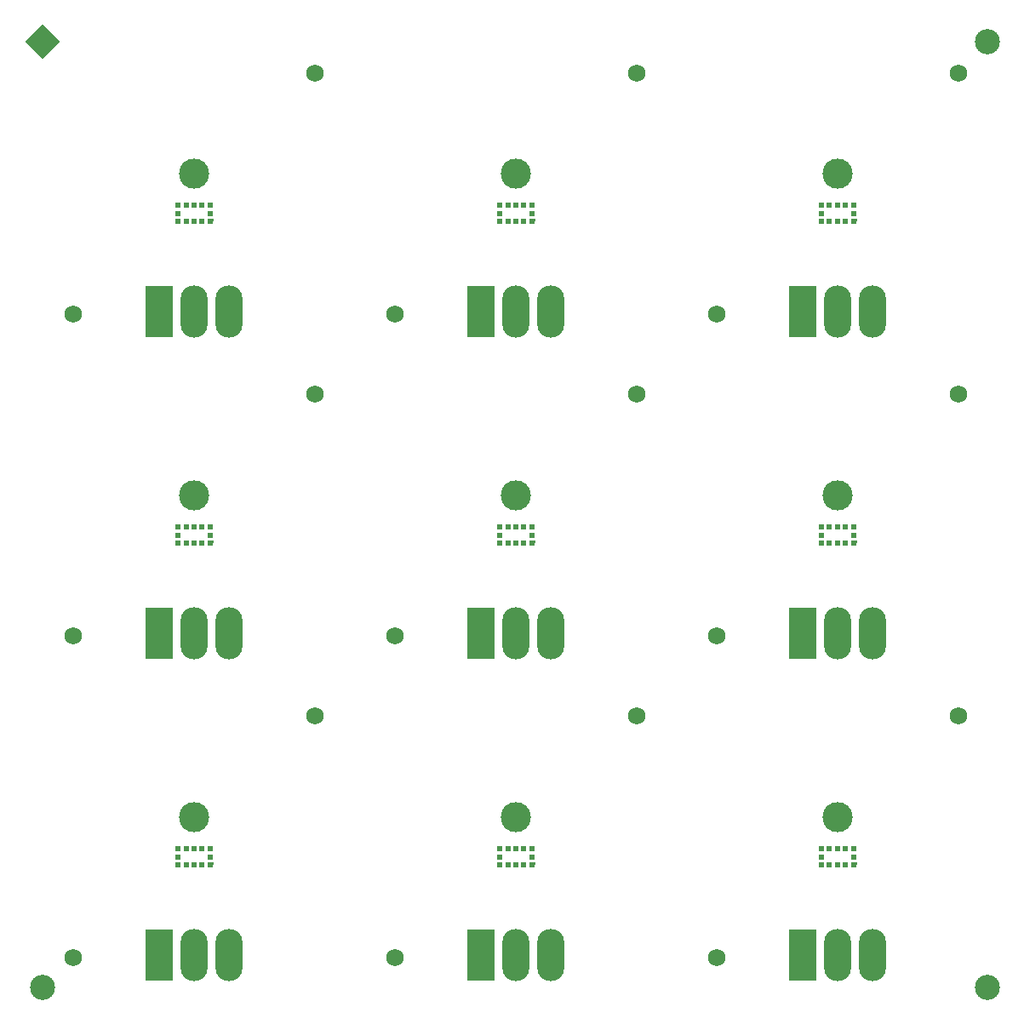
<source format=gts>
G04*
G04 #@! TF.GenerationSoftware,Altium Limited,Altium Designer,23.2.1 (34)*
G04*
G04 Layer_Color=8388736*
%FSAX44Y44*%
%MOMM*%
G71*
G04*
G04 #@! TF.SameCoordinates,AAD7112A-FC18-4F3B-BB33-003CACF6D59D*
G04*
G04*
G04 #@! TF.FilePolarity,Negative*
G04*
G01*
G75*
%ADD12C,0.4500*%
%ADD13R,0.5000X0.5000*%
%ADD37P,3.5355X4X180.0*%
%ADD38C,2.5000*%
%ADD39P,2.4087X4X180.0*%
%ADD40C,1.7032*%
%ADD41C,1.7272*%
%ADD42O,2.7032X5.2032*%
%ADD43R,2.7032X5.2032*%
%ADD44C,3.0032*%
G36*
X00840411Y00791350D02*
X00839611D01*
Y00788850D01*
X00834611D01*
Y00793850D01*
X00840411D01*
Y00791350D01*
D02*
G37*
G36*
X00520410D02*
X00519610D01*
Y00788850D01*
X00514610D01*
Y00793850D01*
X00520410D01*
Y00791350D01*
D02*
G37*
G36*
X00200410D02*
X00199610D01*
Y00788850D01*
X00194610D01*
Y00793850D01*
X00200410D01*
Y00791350D01*
D02*
G37*
G36*
X00840411Y00471350D02*
X00839611D01*
Y00468850D01*
X00834611D01*
Y00473850D01*
X00840411D01*
Y00471350D01*
D02*
G37*
G36*
X00520410D02*
X00519610D01*
Y00468850D01*
X00514610D01*
Y00473850D01*
X00520410D01*
Y00471350D01*
D02*
G37*
G36*
X00200410D02*
X00199610D01*
Y00468850D01*
X00194610D01*
Y00473850D01*
X00200410D01*
Y00471350D01*
D02*
G37*
G36*
X00840411Y00151350D02*
X00839611D01*
Y00148850D01*
X00834611D01*
Y00153850D01*
X00840411D01*
Y00151350D01*
D02*
G37*
G36*
X00520410D02*
X00519610D01*
Y00148850D01*
X00514610D01*
Y00153850D01*
X00520410D01*
Y00151350D01*
D02*
G37*
G36*
X00200410D02*
X00199610D01*
Y00148850D01*
X00194610D01*
Y00153850D01*
X00200410D01*
Y00151350D01*
D02*
G37*
D12*
X00197110D02*
D03*
X00517110D02*
D03*
X00837111D02*
D03*
X00197110Y00471350D02*
D03*
X00517110D02*
D03*
X00837111D02*
D03*
X00197110Y00791350D02*
D03*
X00517110D02*
D03*
X00837111D02*
D03*
D13*
X00197110Y00159350D02*
D03*
X00165110D02*
D03*
X00197110Y00167350D02*
D03*
X00189110D02*
D03*
X00181110D02*
D03*
X00173110D02*
D03*
X00165110D02*
D03*
Y00151350D02*
D03*
X00173110D02*
D03*
X00181110D02*
D03*
X00189110D02*
D03*
X00517110Y00159350D02*
D03*
X00485111D02*
D03*
X00517110Y00167350D02*
D03*
X00509110D02*
D03*
X00501110D02*
D03*
X00493111D02*
D03*
X00485111D02*
D03*
Y00151350D02*
D03*
X00493111D02*
D03*
X00501110D02*
D03*
X00509110D02*
D03*
X00837111Y00159350D02*
D03*
X00805111D02*
D03*
X00837111Y00167350D02*
D03*
X00829111D02*
D03*
X00821111D02*
D03*
X00813111D02*
D03*
X00805111D02*
D03*
Y00151350D02*
D03*
X00813111D02*
D03*
X00821111D02*
D03*
X00829111D02*
D03*
X00197110Y00479350D02*
D03*
X00165110D02*
D03*
X00197110Y00487350D02*
D03*
X00189110D02*
D03*
X00181110D02*
D03*
X00173110D02*
D03*
X00165110D02*
D03*
Y00471350D02*
D03*
X00173110D02*
D03*
X00181110D02*
D03*
X00189110D02*
D03*
X00517110Y00479350D02*
D03*
X00485111D02*
D03*
X00517110Y00487350D02*
D03*
X00509110D02*
D03*
X00501110D02*
D03*
X00493111D02*
D03*
X00485111D02*
D03*
Y00471350D02*
D03*
X00493111D02*
D03*
X00501110D02*
D03*
X00509110D02*
D03*
X00837111Y00479350D02*
D03*
X00805111D02*
D03*
X00837111Y00487350D02*
D03*
X00829111D02*
D03*
X00821111D02*
D03*
X00813111D02*
D03*
X00805111D02*
D03*
Y00471350D02*
D03*
X00813111D02*
D03*
X00821111D02*
D03*
X00829111D02*
D03*
X00197110Y00799350D02*
D03*
X00165110D02*
D03*
X00197110Y00807350D02*
D03*
X00189110D02*
D03*
X00181110D02*
D03*
X00173110D02*
D03*
X00165110D02*
D03*
Y00791350D02*
D03*
X00173110D02*
D03*
X00181110D02*
D03*
X00189110D02*
D03*
X00517110Y00799350D02*
D03*
X00485111D02*
D03*
X00517110Y00807350D02*
D03*
X00509110D02*
D03*
X00501110D02*
D03*
X00493111D02*
D03*
X00485111D02*
D03*
Y00791350D02*
D03*
X00493111D02*
D03*
X00501110D02*
D03*
X00509110D02*
D03*
X00837111Y00799350D02*
D03*
X00805111D02*
D03*
X00837111Y00807350D02*
D03*
X00829111D02*
D03*
X00821111D02*
D03*
X00813111D02*
D03*
X00805111D02*
D03*
Y00791350D02*
D03*
X00813111D02*
D03*
X00821111D02*
D03*
X00829111D02*
D03*
D37*
X00030000Y00970000D02*
D03*
D38*
X00970000Y00030000D02*
D03*
X00030000D02*
D03*
X00970000Y00970000D02*
D03*
D39*
X00030000D02*
D03*
D40*
X00970000Y00030000D02*
D03*
X00030000D02*
D03*
X00970000Y00970000D02*
D03*
D41*
X00061110Y00059350D02*
D03*
X00301110Y00299350D02*
D03*
X00381110Y00059350D02*
D03*
X00621111Y00299350D02*
D03*
X00701111Y00059350D02*
D03*
X00941111Y00299350D02*
D03*
X00061110Y00379350D02*
D03*
X00301110Y00619350D02*
D03*
X00381110Y00379350D02*
D03*
X00621111Y00619350D02*
D03*
X00701111Y00379350D02*
D03*
X00941111Y00619350D02*
D03*
X00061110Y00699350D02*
D03*
X00301110Y00939351D02*
D03*
X00381110Y00699350D02*
D03*
X00621111Y00939351D02*
D03*
X00701111Y00699350D02*
D03*
X00941111Y00939351D02*
D03*
D42*
X00216110Y00061514D02*
D03*
X00181110D02*
D03*
X00536110D02*
D03*
X00501110D02*
D03*
X00856111D02*
D03*
X00821111D02*
D03*
X00216110Y00381514D02*
D03*
X00181110D02*
D03*
X00536110D02*
D03*
X00501110D02*
D03*
X00856111D02*
D03*
X00821111D02*
D03*
X00216110Y00701514D02*
D03*
X00181110D02*
D03*
X00536110D02*
D03*
X00501110D02*
D03*
X00856111D02*
D03*
X00821111D02*
D03*
D43*
X00146110Y00061514D02*
D03*
X00466110D02*
D03*
X00786111D02*
D03*
X00146110Y00381514D02*
D03*
X00466110D02*
D03*
X00786111D02*
D03*
X00146110Y00701514D02*
D03*
X00466110D02*
D03*
X00786111D02*
D03*
D44*
X00181110Y00199350D02*
D03*
X00501110D02*
D03*
X00821111D02*
D03*
X00181110Y00519350D02*
D03*
X00501110D02*
D03*
X00821111D02*
D03*
X00181110Y00839350D02*
D03*
X00501110D02*
D03*
X00821111D02*
D03*
M02*

</source>
